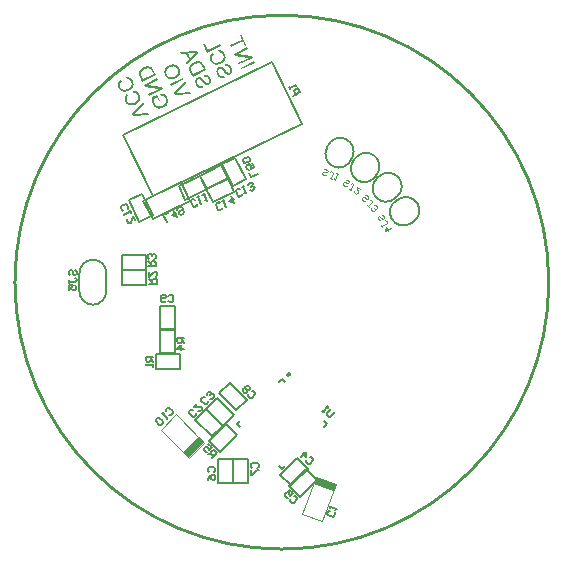
<source format=gbo>
G04*
G04 #@! TF.GenerationSoftware,Altium Limited,Altium Designer,20.1.11 (218)*
G04*
G04 Layer_Color=32896*
%FSLAX25Y25*%
%MOIN*%
G70*
G04*
G04 #@! TF.SameCoordinates,A89DC92D-1D16-4819-8E46-697129492B70*
G04*
G04*
G04 #@! TF.FilePolarity,Positive*
G04*
G01*
G75*
%ADD10C,0.01000*%
%ADD11C,0.00811*%
%ADD112C,0.00600*%
%ADD113C,0.00984*%
%ADD114C,0.00787*%
%ADD115C,0.00400*%
%ADD116C,0.00500*%
%ADD117C,0.00433*%
G04:AMPARAMS|DCode=118|XSize=25.59mil|YSize=70.87mil|CornerRadius=0mil|HoleSize=0mil|Usage=FLASHONLY|Rotation=135.000|XOffset=0mil|YOffset=0mil|HoleType=Round|Shape=Rectangle|*
%AMROTATEDRECTD118*
4,1,4,0.03410,0.01601,-0.01601,-0.03410,-0.03410,-0.01601,0.01601,0.03410,0.03410,0.01601,0.0*
%
%ADD118ROTATEDRECTD118*%

G04:AMPARAMS|DCode=119|XSize=25.59mil|YSize=70.87mil|CornerRadius=0mil|HoleSize=0mil|Usage=FLASHONLY|Rotation=250.000|XOffset=0mil|YOffset=0mil|HoleType=Round|Shape=Rectangle|*
%AMROTATEDRECTD119*
4,1,4,-0.02892,0.02414,0.03767,-0.00010,0.02892,-0.02414,-0.03767,0.00010,-0.02892,0.02414,0.0*
%
%ADD119ROTATEDRECTD119*%

G36*
X-36300Y72583D02*
X-36274Y72579D01*
X-36267Y72583D01*
X-36026Y72571D01*
X-35795Y72529D01*
X-35587Y72468D01*
X-35411Y72408D01*
X-35265Y72341D01*
X-35200Y72308D01*
X-35148Y72285D01*
X-35110Y72255D01*
X-35077Y72238D01*
X-35064Y72228D01*
X-35054Y72225D01*
X-34954Y72152D01*
X-34860Y72076D01*
X-34689Y71925D01*
X-34541Y71754D01*
X-34425Y71599D01*
X-34373Y71527D01*
X-34322Y71455D01*
X-34287Y71399D01*
X-34258Y71340D01*
X-34229Y71298D01*
X-34200Y71238D01*
X-34120Y71058D01*
X-34060Y70885D01*
X-34016Y70712D01*
X-33982Y70542D01*
X-33967Y70379D01*
X-33956Y70222D01*
X-33957Y70076D01*
X-33965Y69942D01*
X-33976Y69815D01*
X-33994Y69701D01*
X-34011Y69603D01*
X-34035Y69519D01*
X-34051Y69454D01*
X-34065Y69398D01*
X-34075Y69369D01*
X-34078Y69359D01*
X-34152Y69194D01*
X-34238Y69038D01*
X-34341Y68883D01*
X-34453Y68747D01*
X-34575Y68614D01*
X-34694Y68492D01*
X-34819Y68382D01*
X-34943Y68289D01*
X-35061Y68199D01*
X-35176Y68118D01*
X-35282Y68051D01*
X-35367Y67993D01*
X-35445Y67955D01*
X-35501Y67919D01*
X-35541Y67900D01*
X-35547Y67897D01*
X-35554Y67894D01*
X-35783Y67798D01*
X-35999Y67725D01*
X-36214Y67669D01*
X-36312Y67653D01*
X-36410Y67638D01*
X-36492Y67623D01*
X-36570Y67617D01*
X-36639Y67608D01*
X-36701Y67602D01*
X-36747Y67596D01*
X-36779Y67596D01*
X-36805Y67600D01*
X-36812Y67596D01*
X-37056Y67615D01*
X-37277Y67653D01*
X-37486Y67714D01*
X-37664Y67781D01*
X-37817Y67844D01*
X-37879Y67871D01*
X-37924Y67897D01*
X-37969Y67924D01*
X-38002Y67941D01*
X-38015Y67951D01*
X-38024Y67954D01*
X-38125Y68027D01*
X-38219Y68103D01*
X-38393Y68261D01*
X-38538Y68425D01*
X-38664Y68583D01*
X-38718Y68662D01*
X-38760Y68731D01*
X-38805Y68790D01*
X-38834Y68849D01*
X-38860Y68885D01*
X-38892Y68950D01*
X-38984Y69173D01*
X-39050Y69392D01*
X-39104Y69601D01*
X-39119Y69699D01*
X-39131Y69791D01*
X-39140Y69876D01*
X-39146Y69954D01*
X-39152Y70016D01*
X-39154Y70071D01*
X-39154Y70120D01*
X-39157Y70159D01*
X-39150Y70179D01*
X-39153Y70185D01*
X-39125Y70426D01*
X-39070Y70648D01*
X-38997Y70846D01*
X-38920Y71021D01*
X-38840Y71173D01*
X-38810Y71229D01*
X-38777Y71277D01*
X-38751Y71323D01*
X-38731Y71348D01*
X-38718Y71371D01*
X-38711Y71374D01*
X-38632Y71478D01*
X-38546Y71568D01*
X-38372Y71743D01*
X-38188Y71897D01*
X-38014Y72023D01*
X-37932Y72071D01*
X-37859Y72122D01*
X-37791Y72164D01*
X-37732Y72193D01*
X-37682Y72225D01*
X-37650Y72241D01*
X-37623Y72254D01*
X-37617Y72257D01*
X-37361Y72365D01*
X-37119Y72451D01*
X-37005Y72482D01*
X-36887Y72507D01*
X-36783Y72526D01*
X-36688Y72548D01*
X-36597Y72560D01*
X-36512Y72569D01*
X-36443Y72578D01*
X-36378Y72577D01*
X-36332Y72583D01*
X-36300Y72583D01*
D02*
G37*
G36*
X-32499Y67551D02*
X-37033Y65339D01*
X-37327Y65942D01*
X-32793Y68153D01*
X-32499Y67551D01*
D02*
G37*
G36*
X-31888Y66299D02*
X-34583Y63460D01*
X-34695Y63340D01*
X-34804Y63231D01*
X-34909Y63130D01*
X-35005Y63043D01*
X-35087Y62963D01*
X-35150Y62908D01*
X-35173Y62889D01*
X-35189Y62872D01*
X-35199Y62859D01*
X-35206Y62856D01*
X-34905Y62906D01*
X-34761Y62927D01*
X-34631Y62942D01*
X-34517Y62957D01*
X-34471Y62963D01*
X-34428Y62976D01*
X-34396Y62976D01*
X-34373Y62979D01*
X-34357Y62978D01*
X-34350Y62982D01*
X-30479Y63410D01*
X-30160Y62754D01*
X-35550Y62299D01*
X-35857Y62928D01*
X-32186Y66909D01*
X-31888Y66299D01*
D02*
G37*
G36*
X-24678Y77294D02*
X-20681Y79244D01*
X-20387Y78641D01*
X-24921Y76429D01*
X-26305Y79267D01*
X-25767Y79529D01*
X-24678Y77294D01*
D02*
G37*
G36*
X-20860Y77267D02*
X-20739Y77268D01*
X-20628Y77258D01*
X-20521Y77237D01*
X-20417Y77223D01*
X-20326Y77202D01*
X-20248Y77176D01*
X-20173Y77155D01*
X-20105Y77132D01*
X-20056Y77115D01*
X-20007Y77098D01*
X-19975Y77082D01*
X-19962Y77072D01*
X-19952Y77068D01*
X-19849Y77005D01*
X-19745Y76942D01*
X-19654Y76873D01*
X-19567Y76794D01*
X-19412Y76626D01*
X-19286Y76468D01*
X-19225Y76393D01*
X-19184Y76324D01*
X-19142Y76255D01*
X-19107Y76199D01*
X-19078Y76157D01*
X-19046Y76091D01*
X-18953Y75868D01*
X-18884Y75643D01*
X-18834Y75440D01*
X-18818Y75342D01*
X-18806Y75251D01*
X-18797Y75166D01*
X-18791Y75088D01*
X-18786Y75026D01*
X-18780Y74964D01*
X-18783Y74921D01*
X-18784Y74889D01*
X-18781Y74866D01*
X-18784Y74856D01*
X-18809Y74625D01*
X-18867Y74410D01*
X-18934Y74215D01*
X-19011Y74040D01*
X-19087Y73897D01*
X-19123Y73839D01*
X-19156Y73790D01*
X-19176Y73748D01*
X-19196Y73722D01*
X-19213Y73706D01*
X-19216Y73697D01*
X-19374Y73506D01*
X-19552Y73338D01*
X-19739Y73190D01*
X-19914Y73064D01*
X-19992Y73010D01*
X-20074Y72962D01*
X-20136Y72923D01*
X-20202Y72891D01*
X-20245Y72862D01*
X-20284Y72843D01*
X-20310Y72830D01*
X-20317Y72827D01*
X-20559Y72725D01*
X-20801Y72639D01*
X-21020Y72573D01*
X-21131Y72551D01*
X-21226Y72530D01*
X-21314Y72511D01*
X-21399Y72502D01*
X-21474Y72490D01*
X-21533Y72477D01*
X-21582Y72478D01*
X-21618Y72468D01*
X-21644Y72472D01*
X-21651Y72469D01*
X-21895Y72471D01*
X-22126Y72496D01*
X-22334Y72540D01*
X-22422Y72571D01*
X-22507Y72594D01*
X-22585Y72621D01*
X-22656Y72651D01*
X-22718Y72678D01*
X-22763Y72704D01*
X-22802Y72718D01*
X-22835Y72734D01*
X-22848Y72744D01*
X-22857Y72748D01*
X-22955Y72814D01*
X-23045Y72883D01*
X-23213Y73045D01*
X-23361Y73216D01*
X-23487Y73390D01*
X-23545Y73475D01*
X-23596Y73547D01*
X-23638Y73616D01*
X-23667Y73675D01*
X-23699Y73724D01*
X-23734Y73796D01*
X-23791Y73931D01*
X-23839Y74062D01*
X-23883Y74186D01*
X-23911Y74310D01*
X-23930Y74431D01*
X-23945Y74545D01*
X-23957Y74653D01*
X-23959Y74757D01*
X-23961Y74845D01*
X-23964Y74933D01*
X-23957Y75002D01*
X-23949Y75070D01*
X-23939Y75116D01*
X-23942Y75155D01*
X-23935Y75174D01*
X-23932Y75184D01*
X-23898Y75314D01*
X-23858Y75431D01*
X-23801Y75548D01*
X-23745Y75665D01*
X-23619Y75872D01*
X-23480Y76053D01*
X-23414Y76134D01*
X-23351Y76205D01*
X-23292Y76267D01*
X-23243Y76315D01*
X-23200Y76360D01*
X-23167Y76393D01*
X-23144Y76412D01*
X-23137Y76415D01*
X-22693Y75886D01*
X-22785Y75809D01*
X-22867Y75728D01*
X-22943Y75650D01*
X-23012Y75576D01*
X-23072Y75498D01*
X-23118Y75427D01*
X-23161Y75349D01*
X-23201Y75281D01*
X-23237Y75223D01*
X-23257Y75164D01*
X-23281Y75112D01*
X-23301Y75070D01*
X-23308Y75034D01*
X-23318Y75005D01*
X-23321Y74995D01*
X-23324Y74986D01*
X-23345Y74895D01*
X-23349Y74803D01*
X-23351Y74624D01*
X-23336Y74461D01*
X-23302Y74307D01*
X-23270Y74177D01*
X-23255Y74128D01*
X-23232Y74082D01*
X-23220Y74039D01*
X-23197Y73993D01*
X-23117Y73846D01*
X-23021Y73714D01*
X-22924Y73599D01*
X-22827Y73501D01*
X-22743Y73428D01*
X-22704Y73398D01*
X-22675Y73372D01*
X-22649Y73352D01*
X-22627Y73339D01*
X-22614Y73329D01*
X-22611Y73322D01*
X-22458Y73243D01*
X-22309Y73186D01*
X-22152Y73148D01*
X-22013Y73127D01*
X-21892Y73113D01*
X-21794Y73112D01*
X-21755Y73115D01*
X-21729Y73112D01*
X-21713Y73111D01*
X-21706Y73115D01*
X-21510Y73145D01*
X-21321Y73189D01*
X-21134Y73239D01*
X-20967Y73296D01*
X-20892Y73325D01*
X-20823Y73350D01*
X-20764Y73379D01*
X-20716Y73395D01*
X-20676Y73414D01*
X-20643Y73430D01*
X-20624Y73440D01*
X-20617Y73443D01*
X-20450Y73533D01*
X-20299Y73622D01*
X-20168Y73719D01*
X-20050Y73809D01*
X-19948Y73883D01*
X-19908Y73918D01*
X-19875Y73951D01*
X-19846Y73973D01*
X-19829Y73989D01*
X-19819Y74002D01*
X-19813Y74006D01*
X-19694Y74145D01*
X-19592Y74284D01*
X-19519Y74417D01*
X-19462Y74550D01*
X-19418Y74660D01*
X-19395Y74745D01*
X-19384Y74807D01*
X-19375Y74820D01*
X-19378Y74826D01*
X-19360Y75005D01*
X-19368Y75188D01*
X-19392Y75354D01*
X-19433Y75505D01*
X-19474Y75639D01*
X-19493Y75695D01*
X-19515Y75740D01*
X-19525Y75776D01*
X-19550Y75829D01*
X-19637Y75989D01*
X-19737Y76127D01*
X-19837Y76233D01*
X-19930Y76325D01*
X-20018Y76388D01*
X-20082Y76437D01*
X-20128Y76464D01*
X-20147Y76470D01*
X-20297Y76527D01*
X-20456Y76571D01*
X-20612Y76592D01*
X-20762Y76600D01*
X-20892Y76602D01*
X-20955Y76596D01*
X-21000Y76590D01*
X-21039Y76587D01*
X-21072Y76587D01*
X-21088Y76587D01*
X-21095Y76584D01*
X-21245Y77241D01*
X-21108Y77259D01*
X-20984Y77271D01*
X-20860Y77267D01*
D02*
G37*
G36*
X-18226Y72630D02*
X-18200Y72627D01*
X-18173Y72623D01*
X-18164Y72620D01*
X-18157Y72623D01*
X-18004Y72592D01*
X-17861Y72549D01*
X-17728Y72492D01*
X-17615Y72425D01*
X-17514Y72369D01*
X-17449Y72320D01*
X-17424Y72300D01*
X-17401Y72286D01*
X-17388Y72277D01*
X-17385Y72270D01*
X-17262Y72151D01*
X-17146Y72013D01*
X-17043Y71885D01*
X-16956Y71757D01*
X-16882Y71639D01*
X-16860Y71593D01*
X-16831Y71551D01*
X-16790Y71465D01*
X-16713Y71292D01*
X-16659Y71131D01*
X-16615Y70974D01*
X-16580Y70837D01*
X-16559Y70726D01*
X-16549Y70674D01*
X-16547Y70635D01*
X-16547Y70602D01*
X-16544Y70579D01*
X-16544Y70563D01*
X-16541Y70556D01*
X-16543Y70393D01*
X-16557Y70240D01*
X-16588Y70104D01*
X-16622Y69990D01*
X-16658Y69899D01*
X-16688Y69828D01*
X-16712Y69776D01*
X-16715Y69766D01*
X-16722Y69763D01*
X-16801Y69643D01*
X-16890Y69543D01*
X-16985Y69456D01*
X-17074Y69388D01*
X-17153Y69333D01*
X-17212Y69288D01*
X-17238Y69275D01*
X-17258Y69266D01*
X-17264Y69263D01*
X-17271Y69260D01*
X-17386Y69212D01*
X-17500Y69180D01*
X-17611Y69159D01*
X-17709Y69143D01*
X-17787Y69138D01*
X-17853Y69138D01*
X-17895Y69142D01*
X-17911Y69142D01*
X-18035Y69163D01*
X-18158Y69200D01*
X-18269Y69243D01*
X-18366Y69293D01*
X-18451Y69333D01*
X-18512Y69376D01*
X-18557Y69403D01*
X-18567Y69406D01*
X-18570Y69412D01*
X-18622Y69452D01*
X-18677Y69498D01*
X-18787Y69607D01*
X-18906Y69735D01*
X-19022Y69857D01*
X-19126Y69969D01*
X-19168Y70022D01*
X-19206Y70068D01*
X-19238Y70100D01*
X-19261Y70130D01*
X-19277Y70147D01*
X-19280Y70153D01*
X-19361Y70252D01*
X-19438Y70344D01*
X-19509Y70423D01*
X-19567Y70492D01*
X-19625Y70561D01*
X-19677Y70617D01*
X-19719Y70669D01*
X-19761Y70706D01*
X-19796Y70745D01*
X-19819Y70775D01*
X-19864Y70817D01*
X-19886Y70847D01*
X-19896Y70850D01*
X-19983Y70929D01*
X-20071Y70992D01*
X-20152Y71042D01*
X-20217Y71075D01*
X-20278Y71102D01*
X-20317Y71115D01*
X-20347Y71125D01*
X-20356Y71129D01*
X-20438Y71146D01*
X-20519Y71147D01*
X-20594Y71134D01*
X-20656Y71128D01*
X-20712Y71109D01*
X-20754Y71097D01*
X-20787Y71081D01*
X-20794Y71078D01*
X-20869Y71033D01*
X-20935Y70985D01*
X-20991Y70933D01*
X-21030Y70881D01*
X-21070Y70829D01*
X-21093Y70794D01*
X-21113Y70768D01*
X-21116Y70758D01*
X-21156Y70674D01*
X-21177Y70583D01*
X-21191Y70495D01*
X-21208Y70413D01*
X-21205Y70342D01*
X-21209Y70283D01*
X-21206Y70244D01*
X-21206Y70227D01*
X-21191Y70113D01*
X-21166Y69996D01*
X-21128Y69884D01*
X-21097Y69786D01*
X-21065Y69705D01*
X-21039Y69636D01*
X-21011Y69577D01*
X-20934Y69436D01*
X-20857Y69311D01*
X-20780Y69203D01*
X-20702Y69111D01*
X-20635Y69038D01*
X-20583Y68982D01*
X-20567Y68966D01*
X-20551Y68950D01*
X-20541Y68946D01*
X-20538Y68940D01*
X-20434Y68860D01*
X-20327Y68791D01*
X-20233Y68748D01*
X-20142Y68711D01*
X-20071Y68681D01*
X-20009Y68670D01*
X-19973Y68663D01*
X-19963Y68660D01*
X-19856Y68656D01*
X-19742Y68655D01*
X-19631Y68676D01*
X-19533Y68692D01*
X-19438Y68714D01*
X-19373Y68729D01*
X-19346Y68742D01*
X-19323Y68745D01*
X-19317Y68748D01*
X-19310Y68752D01*
X-19088Y68162D01*
X-19258Y68096D01*
X-19428Y68045D01*
X-19585Y68017D01*
X-19732Y68002D01*
X-19852Y68000D01*
X-19901Y68001D01*
X-19941Y67998D01*
X-19976Y68005D01*
X-19999Y68002D01*
X-20019Y68009D01*
X-20025Y68005D01*
X-20198Y68043D01*
X-20360Y68093D01*
X-20506Y68160D01*
X-20636Y68227D01*
X-20740Y68290D01*
X-20817Y68349D01*
X-20843Y68369D01*
X-20866Y68382D01*
X-20879Y68392D01*
X-20882Y68398D01*
X-21021Y68534D01*
X-21150Y68682D01*
X-21259Y68839D01*
X-21365Y68990D01*
X-21410Y69066D01*
X-21449Y69128D01*
X-21477Y69187D01*
X-21510Y69236D01*
X-21561Y69341D01*
X-21641Y69521D01*
X-21701Y69694D01*
X-21742Y69861D01*
X-21769Y70002D01*
X-21794Y70119D01*
X-21797Y70175D01*
X-21803Y70220D01*
X-21803Y70253D01*
X-21806Y70276D01*
X-21806Y70292D01*
X-21809Y70299D01*
X-21804Y70471D01*
X-21783Y70628D01*
X-21749Y70774D01*
X-21712Y70898D01*
X-21678Y70995D01*
X-21642Y71070D01*
X-21618Y71122D01*
X-21615Y71131D01*
X-21608Y71135D01*
X-21519Y71267D01*
X-21427Y71377D01*
X-21331Y71464D01*
X-21239Y71542D01*
X-21154Y71600D01*
X-21088Y71648D01*
X-21062Y71661D01*
X-21042Y71670D01*
X-21036Y71673D01*
X-21029Y71677D01*
X-20895Y71734D01*
X-20761Y71775D01*
X-20633Y71797D01*
X-20526Y71809D01*
X-20428Y71808D01*
X-20356Y71810D01*
X-20311Y71800D01*
X-20294Y71800D01*
X-20158Y71769D01*
X-20021Y71722D01*
X-19895Y71662D01*
X-19775Y71599D01*
X-19681Y71539D01*
X-19606Y71487D01*
X-19580Y71467D01*
X-19558Y71453D01*
X-19545Y71444D01*
X-19542Y71437D01*
X-19490Y71397D01*
X-19438Y71341D01*
X-19377Y71282D01*
X-19312Y71216D01*
X-19186Y71075D01*
X-19058Y70927D01*
X-19000Y70858D01*
X-18945Y70795D01*
X-18890Y70733D01*
X-18848Y70680D01*
X-18812Y70641D01*
X-18787Y70605D01*
X-18767Y70582D01*
X-18764Y70575D01*
X-18668Y70460D01*
X-18584Y70355D01*
X-18500Y70266D01*
X-18429Y70187D01*
X-18355Y70118D01*
X-18293Y70059D01*
X-18235Y70006D01*
X-18187Y69956D01*
X-18138Y69923D01*
X-18099Y69894D01*
X-18074Y69874D01*
X-18041Y69857D01*
X-18005Y69834D01*
X-17996Y69831D01*
X-17901Y69804D01*
X-17817Y69796D01*
X-17735Y69796D01*
X-17660Y69808D01*
X-17601Y69820D01*
X-17552Y69836D01*
X-17526Y69849D01*
X-17513Y69855D01*
X-17414Y69920D01*
X-17335Y69990D01*
X-17276Y70068D01*
X-17226Y70149D01*
X-17193Y70214D01*
X-17166Y70276D01*
X-17153Y70315D01*
X-17153Y70331D01*
X-17146Y70399D01*
X-17138Y70468D01*
X-17147Y70618D01*
X-17178Y70765D01*
X-17216Y70909D01*
X-17260Y71033D01*
X-17279Y71089D01*
X-17292Y71131D01*
X-17336Y71223D01*
X-17432Y71403D01*
X-17538Y71554D01*
X-17642Y71666D01*
X-17735Y71758D01*
X-17816Y71824D01*
X-17887Y71871D01*
X-17930Y71891D01*
X-17943Y71900D01*
X-18079Y71947D01*
X-18213Y71972D01*
X-18346Y71979D01*
X-18470Y71968D01*
X-18581Y71946D01*
X-18663Y71930D01*
X-18699Y71921D01*
X-18722Y71918D01*
X-18735Y71912D01*
X-18741Y71908D01*
X-18977Y72507D01*
X-18826Y72565D01*
X-18679Y72596D01*
X-18539Y72624D01*
X-18411Y72629D01*
X-18307Y72631D01*
X-18226Y72630D01*
D02*
G37*
G36*
X-51527Y68295D02*
X-51406Y68297D01*
X-51295Y68286D01*
X-51188Y68266D01*
X-51084Y68252D01*
X-50993Y68231D01*
X-50915Y68204D01*
X-50840Y68184D01*
X-50772Y68160D01*
X-50723Y68144D01*
X-50674Y68127D01*
X-50642Y68110D01*
X-50629Y68100D01*
X-50619Y68097D01*
X-50515Y68034D01*
X-50412Y67971D01*
X-50321Y67902D01*
X-50234Y67823D01*
X-50079Y67655D01*
X-49953Y67497D01*
X-49892Y67422D01*
X-49850Y67353D01*
X-49809Y67284D01*
X-49773Y67228D01*
X-49745Y67185D01*
X-49713Y67120D01*
X-49620Y66897D01*
X-49551Y66672D01*
X-49501Y66469D01*
X-49485Y66371D01*
X-49473Y66279D01*
X-49464Y66195D01*
X-49458Y66116D01*
X-49452Y66054D01*
X-49447Y65992D01*
X-49450Y65950D01*
X-49451Y65917D01*
X-49448Y65895D01*
X-49451Y65885D01*
X-49476Y65654D01*
X-49534Y65439D01*
X-49601Y65244D01*
X-49677Y65069D01*
X-49754Y64926D01*
X-49790Y64868D01*
X-49823Y64819D01*
X-49843Y64777D01*
X-49863Y64751D01*
X-49880Y64735D01*
X-49883Y64725D01*
X-50041Y64534D01*
X-50219Y64367D01*
X-50406Y64218D01*
X-50580Y64093D01*
X-50659Y64038D01*
X-50741Y63990D01*
X-50804Y63952D01*
X-50869Y63920D01*
X-50912Y63891D01*
X-50951Y63872D01*
X-50977Y63859D01*
X-50984Y63856D01*
X-51226Y63754D01*
X-51468Y63668D01*
X-51687Y63602D01*
X-51798Y63580D01*
X-51893Y63558D01*
X-51981Y63539D01*
X-52066Y63530D01*
X-52141Y63518D01*
X-52200Y63506D01*
X-52249Y63506D01*
X-52285Y63497D01*
X-52311Y63500D01*
X-52318Y63497D01*
X-52562Y63499D01*
X-52793Y63525D01*
X-53001Y63569D01*
X-53089Y63599D01*
X-53174Y63623D01*
X-53252Y63650D01*
X-53323Y63680D01*
X-53385Y63706D01*
X-53430Y63733D01*
X-53469Y63747D01*
X-53502Y63763D01*
X-53515Y63773D01*
X-53524Y63776D01*
X-53622Y63842D01*
X-53712Y63912D01*
X-53880Y64073D01*
X-54028Y64244D01*
X-54154Y64418D01*
X-54212Y64504D01*
X-54263Y64576D01*
X-54305Y64645D01*
X-54334Y64704D01*
X-54366Y64753D01*
X-54401Y64825D01*
X-54458Y64959D01*
X-54506Y65090D01*
X-54550Y65215D01*
X-54578Y65339D01*
X-54597Y65460D01*
X-54612Y65574D01*
X-54624Y65681D01*
X-54626Y65786D01*
X-54628Y65874D01*
X-54631Y65962D01*
X-54624Y66030D01*
X-54616Y66099D01*
X-54606Y66144D01*
X-54609Y66183D01*
X-54602Y66203D01*
X-54599Y66213D01*
X-54565Y66343D01*
X-54525Y66460D01*
X-54468Y66576D01*
X-54412Y66693D01*
X-54286Y66901D01*
X-54147Y67082D01*
X-54081Y67163D01*
X-54018Y67234D01*
X-53959Y67295D01*
X-53910Y67344D01*
X-53867Y67389D01*
X-53834Y67421D01*
X-53811Y67440D01*
X-53804Y67444D01*
X-53360Y66914D01*
X-53452Y66837D01*
X-53534Y66756D01*
X-53610Y66679D01*
X-53679Y66605D01*
X-53738Y66527D01*
X-53785Y66456D01*
X-53828Y66378D01*
X-53868Y66310D01*
X-53904Y66251D01*
X-53924Y66193D01*
X-53948Y66141D01*
X-53968Y66099D01*
X-53974Y66063D01*
X-53985Y66034D01*
X-53988Y66024D01*
X-53991Y66014D01*
X-54012Y65923D01*
X-54016Y65832D01*
X-54018Y65653D01*
X-54003Y65490D01*
X-53969Y65336D01*
X-53937Y65205D01*
X-53922Y65156D01*
X-53899Y65110D01*
X-53886Y65068D01*
X-53864Y65022D01*
X-53784Y64874D01*
X-53688Y64743D01*
X-53591Y64628D01*
X-53494Y64529D01*
X-53410Y64457D01*
X-53371Y64427D01*
X-53342Y64401D01*
X-53316Y64381D01*
X-53294Y64367D01*
X-53281Y64358D01*
X-53277Y64351D01*
X-53125Y64271D01*
X-52975Y64214D01*
X-52819Y64177D01*
X-52679Y64156D01*
X-52559Y64142D01*
X-52461Y64141D01*
X-52422Y64144D01*
X-52396Y64140D01*
X-52380Y64140D01*
X-52373Y64143D01*
X-52177Y64174D01*
X-51988Y64218D01*
X-51801Y64268D01*
X-51634Y64325D01*
X-51559Y64354D01*
X-51490Y64379D01*
X-51432Y64408D01*
X-51382Y64424D01*
X-51343Y64443D01*
X-51310Y64459D01*
X-51291Y64468D01*
X-51284Y64472D01*
X-51117Y64561D01*
X-50966Y64651D01*
X-50835Y64748D01*
X-50717Y64838D01*
X-50615Y64912D01*
X-50575Y64947D01*
X-50542Y64979D01*
X-50513Y65002D01*
X-50496Y65018D01*
X-50486Y65031D01*
X-50480Y65034D01*
X-50361Y65173D01*
X-50259Y65312D01*
X-50186Y65445D01*
X-50129Y65578D01*
X-50085Y65689D01*
X-50062Y65773D01*
X-50051Y65835D01*
X-50041Y65848D01*
X-50045Y65855D01*
X-50027Y66034D01*
X-50034Y66216D01*
X-50059Y66383D01*
X-50100Y66533D01*
X-50141Y66667D01*
X-50160Y66723D01*
X-50182Y66769D01*
X-50192Y66805D01*
X-50217Y66857D01*
X-50304Y67018D01*
X-50403Y67156D01*
X-50503Y67261D01*
X-50597Y67353D01*
X-50684Y67416D01*
X-50749Y67466D01*
X-50795Y67492D01*
X-50814Y67499D01*
X-50963Y67556D01*
X-51123Y67600D01*
X-51279Y67621D01*
X-51429Y67629D01*
X-51559Y67630D01*
X-51622Y67624D01*
X-51667Y67618D01*
X-51706Y67615D01*
X-51739Y67616D01*
X-51755Y67616D01*
X-51762Y67613D01*
X-51912Y68269D01*
X-51775Y68288D01*
X-51651Y68300D01*
X-51527Y68295D01*
D02*
G37*
G36*
X-49296Y63722D02*
X-49176Y63724D01*
X-49065Y63713D01*
X-48957Y63692D01*
X-48853Y63678D01*
X-48762Y63658D01*
X-48684Y63631D01*
X-48609Y63611D01*
X-48541Y63587D01*
X-48492Y63570D01*
X-48444Y63553D01*
X-48411Y63537D01*
X-48398Y63527D01*
X-48388Y63524D01*
X-48285Y63461D01*
X-48181Y63398D01*
X-48090Y63328D01*
X-48003Y63249D01*
X-47848Y63081D01*
X-47723Y62924D01*
X-47662Y62848D01*
X-47620Y62779D01*
X-47578Y62710D01*
X-47543Y62655D01*
X-47514Y62612D01*
X-47482Y62546D01*
X-47390Y62324D01*
X-47320Y62098D01*
X-47270Y61895D01*
X-47255Y61797D01*
X-47243Y61706D01*
X-47234Y61621D01*
X-47228Y61543D01*
X-47222Y61481D01*
X-47216Y61419D01*
X-47220Y61377D01*
X-47220Y61344D01*
X-47217Y61321D01*
X-47220Y61311D01*
X-47245Y61080D01*
X-47303Y60865D01*
X-47370Y60671D01*
X-47447Y60495D01*
X-47523Y60352D01*
X-47560Y60294D01*
X-47593Y60246D01*
X-47613Y60203D01*
X-47633Y60177D01*
X-47649Y60161D01*
X-47652Y60152D01*
X-47811Y59961D01*
X-47988Y59793D01*
X-48176Y59645D01*
X-48350Y59519D01*
X-48428Y59465D01*
X-48511Y59417D01*
X-48573Y59378D01*
X-48638Y59346D01*
X-48681Y59317D01*
X-48720Y59298D01*
X-48747Y59285D01*
X-48753Y59282D01*
X-48995Y59180D01*
X-49237Y59095D01*
X-49457Y59028D01*
X-49568Y59007D01*
X-49662Y58985D01*
X-49751Y58966D01*
X-49836Y58957D01*
X-49911Y58945D01*
X-49969Y58932D01*
X-50018Y58933D01*
X-50054Y58923D01*
X-50080Y58927D01*
X-50087Y58924D01*
X-50331Y58926D01*
X-50563Y58951D01*
X-50771Y58996D01*
X-50859Y59026D01*
X-50943Y59049D01*
X-51021Y59076D01*
X-51092Y59106D01*
X-51154Y59133D01*
X-51200Y59160D01*
X-51239Y59173D01*
X-51271Y59190D01*
X-51284Y59200D01*
X-51294Y59203D01*
X-51391Y59269D01*
X-51481Y59338D01*
X-51649Y59500D01*
X-51798Y59671D01*
X-51923Y59845D01*
X-51981Y59930D01*
X-52032Y60002D01*
X-52074Y60071D01*
X-52103Y60130D01*
X-52135Y60180D01*
X-52170Y60252D01*
X-52227Y60386D01*
X-52275Y60517D01*
X-52320Y60641D01*
X-52348Y60765D01*
X-52366Y60886D01*
X-52381Y61000D01*
X-52393Y61108D01*
X-52395Y61212D01*
X-52398Y61300D01*
X-52400Y61388D01*
X-52393Y61457D01*
X-52386Y61525D01*
X-52376Y61571D01*
X-52378Y61610D01*
X-52372Y61629D01*
X-52368Y61639D01*
X-52334Y61769D01*
X-52294Y61886D01*
X-52238Y62003D01*
X-52181Y62120D01*
X-52055Y62327D01*
X-51916Y62508D01*
X-51850Y62589D01*
X-51788Y62660D01*
X-51728Y62722D01*
X-51679Y62770D01*
X-51636Y62815D01*
X-51603Y62848D01*
X-51580Y62867D01*
X-51574Y62870D01*
X-51129Y62341D01*
X-51221Y62264D01*
X-51303Y62183D01*
X-51379Y62105D01*
X-51448Y62031D01*
X-51508Y61954D01*
X-51554Y61882D01*
X-51597Y61804D01*
X-51637Y61736D01*
X-51674Y61678D01*
X-51694Y61620D01*
X-51717Y61568D01*
X-51737Y61525D01*
X-51744Y61490D01*
X-51754Y61460D01*
X-51757Y61451D01*
X-51761Y61441D01*
X-51781Y61350D01*
X-51785Y61259D01*
X-51787Y61079D01*
X-51772Y60916D01*
X-51738Y60763D01*
X-51707Y60632D01*
X-51691Y60583D01*
X-51669Y60537D01*
X-51656Y60494D01*
X-51634Y60448D01*
X-51553Y60301D01*
X-51457Y60170D01*
X-51360Y60054D01*
X-51263Y59956D01*
X-51179Y59883D01*
X-51141Y59854D01*
X-51112Y59827D01*
X-51086Y59807D01*
X-51063Y59794D01*
X-51050Y59784D01*
X-51047Y59777D01*
X-50894Y59698D01*
X-50745Y59641D01*
X-50589Y59604D01*
X-50449Y59583D01*
X-50328Y59568D01*
X-50230Y59567D01*
X-50191Y59570D01*
X-50165Y59567D01*
X-50149Y59566D01*
X-50142Y59570D01*
X-49946Y59600D01*
X-49757Y59644D01*
X-49571Y59694D01*
X-49404Y59752D01*
X-49329Y59780D01*
X-49260Y59806D01*
X-49201Y59834D01*
X-49152Y59850D01*
X-49112Y59869D01*
X-49080Y59885D01*
X-49060Y59895D01*
X-49053Y59898D01*
X-48886Y59988D01*
X-48735Y60078D01*
X-48604Y60174D01*
X-48486Y60264D01*
X-48384Y60338D01*
X-48345Y60374D01*
X-48312Y60406D01*
X-48282Y60428D01*
X-48266Y60445D01*
X-48256Y60457D01*
X-48249Y60461D01*
X-48130Y60600D01*
X-48028Y60739D01*
X-47955Y60872D01*
X-47898Y61005D01*
X-47855Y61115D01*
X-47831Y61200D01*
X-47821Y61262D01*
X-47811Y61275D01*
X-47814Y61281D01*
X-47796Y61460D01*
X-47804Y61643D01*
X-47828Y61810D01*
X-47869Y61960D01*
X-47910Y62094D01*
X-47929Y62150D01*
X-47952Y62195D01*
X-47961Y62231D01*
X-47987Y62284D01*
X-48073Y62445D01*
X-48173Y62582D01*
X-48273Y62688D01*
X-48366Y62780D01*
X-48454Y62843D01*
X-48519Y62892D01*
X-48564Y62919D01*
X-48583Y62926D01*
X-48733Y62982D01*
X-48892Y63026D01*
X-49049Y63047D01*
X-49198Y63055D01*
X-49329Y63057D01*
X-49391Y63051D01*
X-49437Y63045D01*
X-49476Y63042D01*
X-49508Y63042D01*
X-49525Y63042D01*
X-49531Y63039D01*
X-49681Y63696D01*
X-49544Y63714D01*
X-49420Y63726D01*
X-49296Y63722D01*
D02*
G37*
G36*
X-46043Y59396D02*
X-48738Y56556D01*
X-48850Y56437D01*
X-48958Y56327D01*
X-49064Y56227D01*
X-49159Y56140D01*
X-49241Y56059D01*
X-49304Y56004D01*
X-49327Y55985D01*
X-49343Y55969D01*
X-49353Y55956D01*
X-49360Y55953D01*
X-49059Y56002D01*
X-48916Y56023D01*
X-48785Y56038D01*
X-48671Y56054D01*
X-48625Y56060D01*
X-48583Y56072D01*
X-48550Y56072D01*
X-48527Y56075D01*
X-48511Y56075D01*
X-48504Y56078D01*
X-44633Y56506D01*
X-44314Y55851D01*
X-49704Y55395D01*
X-50011Y56024D01*
X-46340Y60005D01*
X-46043Y59396D01*
D02*
G37*
G36*
X-27753Y73637D02*
X-27577Y73609D01*
X-27424Y73578D01*
X-27294Y73544D01*
X-27197Y73511D01*
X-27164Y73494D01*
X-27135Y73484D01*
X-27125Y73481D01*
X-27115Y73477D01*
X-26979Y73414D01*
X-26859Y73335D01*
X-26746Y73252D01*
X-26649Y73169D01*
X-26572Y73094D01*
X-26517Y73031D01*
X-26491Y73011D01*
X-26481Y72992D01*
X-26468Y72982D01*
X-26465Y72975D01*
X-26391Y72874D01*
X-26307Y72752D01*
X-26230Y72627D01*
X-26160Y72500D01*
X-26096Y72385D01*
X-25246Y70642D01*
X-29780Y68431D01*
X-30576Y70062D01*
X-30643Y70216D01*
X-30703Y70357D01*
X-30751Y70488D01*
X-30789Y70599D01*
X-30821Y70697D01*
X-30846Y70766D01*
X-30849Y70789D01*
X-30852Y70811D01*
X-30858Y70824D01*
X-30883Y70958D01*
X-30895Y71082D01*
X-30907Y71190D01*
X-30906Y71288D01*
X-30905Y71369D01*
X-30901Y71428D01*
X-30895Y71464D01*
X-30894Y71480D01*
X-30877Y71594D01*
X-30840Y71701D01*
X-30810Y71805D01*
X-30773Y71896D01*
X-30740Y71977D01*
X-30713Y72039D01*
X-30693Y72081D01*
X-30683Y72094D01*
X-30610Y72211D01*
X-30531Y72331D01*
X-30451Y72434D01*
X-30366Y72525D01*
X-30293Y72609D01*
X-30234Y72670D01*
X-30211Y72689D01*
X-30194Y72706D01*
X-30184Y72719D01*
X-30178Y72722D01*
X-30040Y72838D01*
X-29899Y72947D01*
X-29757Y73040D01*
X-29623Y73130D01*
X-29502Y73198D01*
X-29449Y73223D01*
X-29406Y73252D01*
X-29374Y73268D01*
X-29341Y73284D01*
X-29328Y73290D01*
X-29321Y73294D01*
X-29095Y73396D01*
X-28883Y73475D01*
X-28683Y73532D01*
X-28592Y73560D01*
X-28510Y73576D01*
X-28428Y73591D01*
X-28363Y73607D01*
X-28304Y73619D01*
X-28249Y73622D01*
X-28206Y73635D01*
X-28174Y73634D01*
X-28157Y73634D01*
X-28151Y73637D01*
X-27945Y73649D01*
X-27753Y73637D01*
D02*
G37*
G36*
X-28077Y76447D02*
X-31768Y72506D01*
X-32078Y73141D01*
X-30942Y74304D01*
X-31868Y76204D01*
X-33503Y76064D01*
X-33835Y76745D01*
X-28397Y77102D01*
X-28077Y76447D01*
D02*
G37*
G36*
X-25303Y69179D02*
X-25277Y69175D01*
X-25251Y69172D01*
X-25241Y69168D01*
X-25234Y69171D01*
X-25081Y69140D01*
X-24938Y69097D01*
X-24805Y69040D01*
X-24692Y68974D01*
X-24591Y68917D01*
X-24527Y68868D01*
X-24501Y68848D01*
X-24478Y68835D01*
X-24465Y68825D01*
X-24462Y68818D01*
X-24339Y68700D01*
X-24223Y68562D01*
X-24120Y68433D01*
X-24033Y68305D01*
X-23959Y68187D01*
X-23937Y68141D01*
X-23908Y68099D01*
X-23867Y68014D01*
X-23790Y67840D01*
X-23736Y67680D01*
X-23692Y67523D01*
X-23658Y67386D01*
X-23636Y67274D01*
X-23627Y67222D01*
X-23624Y67183D01*
X-23624Y67150D01*
X-23621Y67128D01*
X-23621Y67111D01*
X-23618Y67105D01*
X-23620Y66942D01*
X-23634Y66789D01*
X-23665Y66652D01*
X-23699Y66538D01*
X-23735Y66447D01*
X-23765Y66376D01*
X-23789Y66324D01*
X-23792Y66314D01*
X-23799Y66311D01*
X-23878Y66191D01*
X-23967Y66091D01*
X-24062Y66004D01*
X-24151Y65936D01*
X-24230Y65882D01*
X-24289Y65837D01*
X-24315Y65824D01*
X-24335Y65814D01*
X-24342Y65811D01*
X-24348Y65808D01*
X-24463Y65760D01*
X-24577Y65728D01*
X-24688Y65707D01*
X-24786Y65692D01*
X-24864Y65686D01*
X-24930Y65686D01*
X-24972Y65690D01*
X-24988Y65690D01*
X-25112Y65711D01*
X-25236Y65748D01*
X-25346Y65791D01*
X-25443Y65841D01*
X-25528Y65881D01*
X-25589Y65924D01*
X-25635Y65951D01*
X-25644Y65954D01*
X-25648Y65961D01*
X-25699Y66000D01*
X-25754Y66047D01*
X-25864Y66155D01*
X-25983Y66284D01*
X-26100Y66405D01*
X-26203Y66517D01*
X-26245Y66570D01*
X-26283Y66616D01*
X-26316Y66649D01*
X-26338Y66678D01*
X-26354Y66695D01*
X-26357Y66701D01*
X-26438Y66800D01*
X-26515Y66892D01*
X-26586Y66971D01*
X-26644Y67040D01*
X-26702Y67109D01*
X-26754Y67165D01*
X-26796Y67218D01*
X-26838Y67254D01*
X-26873Y67293D01*
X-26896Y67323D01*
X-26941Y67366D01*
X-26963Y67395D01*
X-26973Y67399D01*
X-27061Y67478D01*
X-27148Y67541D01*
X-27229Y67590D01*
X-27294Y67624D01*
X-27356Y67650D01*
X-27395Y67664D01*
X-27424Y67674D01*
X-27433Y67677D01*
X-27515Y67694D01*
X-27596Y67695D01*
X-27672Y67683D01*
X-27733Y67677D01*
X-27789Y67658D01*
X-27832Y67645D01*
X-27864Y67629D01*
X-27871Y67626D01*
X-27946Y67581D01*
X-28012Y67533D01*
X-28068Y67481D01*
X-28108Y67429D01*
X-28147Y67378D01*
X-28170Y67342D01*
X-28190Y67316D01*
X-28194Y67306D01*
X-28234Y67222D01*
X-28254Y67131D01*
X-28268Y67043D01*
X-28285Y66962D01*
X-28282Y66890D01*
X-28286Y66831D01*
X-28283Y66792D01*
X-28284Y66776D01*
X-28268Y66662D01*
X-28243Y66544D01*
X-28205Y66433D01*
X-28174Y66335D01*
X-28142Y66253D01*
X-28117Y66184D01*
X-28088Y66125D01*
X-28011Y65984D01*
X-27934Y65859D01*
X-27857Y65751D01*
X-27779Y65659D01*
X-27712Y65587D01*
X-27660Y65531D01*
X-27644Y65514D01*
X-27628Y65498D01*
X-27618Y65494D01*
X-27615Y65488D01*
X-27511Y65409D01*
X-27404Y65339D01*
X-27310Y65296D01*
X-27219Y65259D01*
X-27148Y65229D01*
X-27086Y65219D01*
X-27050Y65212D01*
X-27040Y65208D01*
X-26933Y65204D01*
X-26819Y65203D01*
X-26708Y65225D01*
X-26610Y65240D01*
X-26515Y65262D01*
X-26450Y65277D01*
X-26423Y65290D01*
X-26401Y65293D01*
X-26394Y65297D01*
X-26388Y65300D01*
X-26165Y64711D01*
X-26335Y64644D01*
X-26505Y64593D01*
X-26662Y64566D01*
X-26809Y64551D01*
X-26930Y64549D01*
X-26979Y64549D01*
X-27018Y64546D01*
X-27053Y64553D01*
X-27076Y64550D01*
X-27096Y64557D01*
X-27102Y64554D01*
X-27275Y64591D01*
X-27437Y64642D01*
X-27583Y64708D01*
X-27713Y64775D01*
X-27817Y64838D01*
X-27895Y64897D01*
X-27920Y64917D01*
X-27943Y64930D01*
X-27956Y64940D01*
X-27959Y64947D01*
X-28098Y65082D01*
X-28227Y65230D01*
X-28336Y65387D01*
X-28442Y65538D01*
X-28487Y65614D01*
X-28526Y65676D01*
X-28555Y65735D01*
X-28587Y65784D01*
X-28638Y65889D01*
X-28718Y66069D01*
X-28778Y66243D01*
X-28819Y66409D01*
X-28847Y66550D01*
X-28872Y66667D01*
X-28874Y66723D01*
X-28880Y66769D01*
X-28880Y66801D01*
X-28883Y66824D01*
X-28883Y66840D01*
X-28886Y66847D01*
X-28881Y67020D01*
X-28860Y67176D01*
X-28826Y67322D01*
X-28789Y67446D01*
X-28755Y67543D01*
X-28719Y67618D01*
X-28695Y67670D01*
X-28692Y67680D01*
X-28685Y67683D01*
X-28596Y67816D01*
X-28504Y67926D01*
X-28408Y68013D01*
X-28316Y68090D01*
X-28231Y68148D01*
X-28165Y68196D01*
X-28139Y68209D01*
X-28119Y68218D01*
X-28113Y68222D01*
X-28106Y68225D01*
X-27972Y68282D01*
X-27838Y68323D01*
X-27711Y68345D01*
X-27603Y68357D01*
X-27505Y68356D01*
X-27433Y68358D01*
X-27388Y68348D01*
X-27371Y68348D01*
X-27235Y68317D01*
X-27098Y68270D01*
X-26972Y68210D01*
X-26852Y68147D01*
X-26758Y68088D01*
X-26683Y68035D01*
X-26658Y68015D01*
X-26635Y68002D01*
X-26622Y67992D01*
X-26619Y67985D01*
X-26567Y67946D01*
X-26515Y67890D01*
X-26454Y67830D01*
X-26389Y67765D01*
X-26264Y67623D01*
X-26135Y67475D01*
X-26077Y67406D01*
X-26022Y67344D01*
X-25967Y67281D01*
X-25925Y67229D01*
X-25890Y67189D01*
X-25864Y67153D01*
X-25845Y67130D01*
X-25841Y67123D01*
X-25745Y67008D01*
X-25661Y66903D01*
X-25577Y66814D01*
X-25506Y66735D01*
X-25432Y66666D01*
X-25370Y66607D01*
X-25312Y66554D01*
X-25264Y66505D01*
X-25215Y66472D01*
X-25177Y66442D01*
X-25151Y66422D01*
X-25118Y66405D01*
X-25082Y66382D01*
X-25073Y66379D01*
X-24979Y66352D01*
X-24894Y66345D01*
X-24812Y66344D01*
X-24737Y66356D01*
X-24678Y66369D01*
X-24629Y66384D01*
X-24603Y66397D01*
X-24590Y66404D01*
X-24492Y66468D01*
X-24413Y66539D01*
X-24353Y66616D01*
X-24304Y66697D01*
X-24270Y66762D01*
X-24243Y66824D01*
X-24230Y66863D01*
X-24230Y66879D01*
X-24223Y66948D01*
X-24216Y67016D01*
X-24224Y67166D01*
X-24255Y67313D01*
X-24293Y67457D01*
X-24337Y67581D01*
X-24356Y67637D01*
X-24369Y67679D01*
X-24414Y67771D01*
X-24509Y67951D01*
X-24616Y68102D01*
X-24719Y68214D01*
X-24813Y68306D01*
X-24893Y68372D01*
X-24965Y68419D01*
X-25007Y68439D01*
X-25020Y68449D01*
X-25156Y68496D01*
X-25290Y68520D01*
X-25423Y68528D01*
X-25547Y68516D01*
X-25658Y68494D01*
X-25740Y68479D01*
X-25776Y68469D01*
X-25799Y68466D01*
X-25812Y68460D01*
X-25818Y68457D01*
X-26054Y69056D01*
X-25903Y69113D01*
X-25756Y69144D01*
X-25616Y69172D01*
X-25489Y69177D01*
X-25384Y69179D01*
X-25303Y69179D01*
D02*
G37*
G36*
X-11807Y79013D02*
X-12345Y78751D01*
X-13073Y80245D01*
X-17070Y78296D01*
X-17364Y78898D01*
X-13367Y80848D01*
X-14096Y82342D01*
X-13559Y82604D01*
X-11807Y79013D01*
D02*
G37*
G36*
X-11200Y77768D02*
X-14765Y76030D01*
X-10040Y75390D01*
X-9740Y74774D01*
X-14274Y72562D01*
X-14555Y73139D01*
X-10997Y74874D01*
X-15712Y75511D01*
X-16016Y76133D01*
X-11482Y78345D01*
X-11200Y77768D01*
D02*
G37*
G36*
X-8931Y73116D02*
X-13465Y70905D01*
X-13759Y71508D01*
X-9225Y73719D01*
X-8931Y73116D01*
D02*
G37*
G36*
X-44457Y71962D02*
X-44282Y71934D01*
X-44129Y71903D01*
X-43999Y71869D01*
X-43901Y71836D01*
X-43869Y71819D01*
X-43839Y71809D01*
X-43830Y71806D01*
X-43820Y71803D01*
X-43684Y71739D01*
X-43564Y71660D01*
X-43450Y71577D01*
X-43353Y71495D01*
X-43276Y71419D01*
X-43221Y71356D01*
X-43195Y71337D01*
X-43186Y71317D01*
X-43173Y71307D01*
X-43170Y71301D01*
X-43095Y71199D01*
X-43012Y71077D01*
X-42935Y70953D01*
X-42865Y70825D01*
X-42800Y70710D01*
X-41950Y68967D01*
X-46485Y66756D01*
X-47280Y68387D01*
X-47347Y68541D01*
X-47408Y68682D01*
X-47455Y68813D01*
X-47493Y68924D01*
X-47525Y69022D01*
X-47550Y69091D01*
X-47553Y69114D01*
X-47556Y69137D01*
X-47563Y69150D01*
X-47588Y69284D01*
X-47599Y69408D01*
X-47611Y69515D01*
X-47611Y69613D01*
X-47610Y69695D01*
X-47606Y69753D01*
X-47599Y69789D01*
X-47599Y69805D01*
X-47581Y69919D01*
X-47544Y70026D01*
X-47514Y70130D01*
X-47477Y70222D01*
X-47444Y70303D01*
X-47417Y70364D01*
X-47397Y70407D01*
X-47387Y70420D01*
X-47314Y70536D01*
X-47235Y70656D01*
X-47156Y70759D01*
X-47070Y70850D01*
X-46997Y70934D01*
X-46938Y70995D01*
X-46915Y71015D01*
X-46899Y71031D01*
X-46889Y71044D01*
X-46882Y71047D01*
X-46744Y71163D01*
X-46603Y71272D01*
X-46462Y71366D01*
X-46327Y71456D01*
X-46206Y71523D01*
X-46154Y71548D01*
X-46111Y71577D01*
X-46078Y71593D01*
X-46045Y71609D01*
X-46032Y71616D01*
X-46026Y71619D01*
X-45800Y71721D01*
X-45587Y71800D01*
X-45388Y71857D01*
X-45296Y71886D01*
X-45214Y71901D01*
X-45133Y71917D01*
X-45067Y71932D01*
X-45009Y71945D01*
X-44953Y71947D01*
X-44911Y71960D01*
X-44878Y71960D01*
X-44862Y71960D01*
X-44855Y71963D01*
X-44650Y71974D01*
X-44457Y71962D01*
D02*
G37*
G36*
X-41177Y67382D02*
X-44741Y65643D01*
X-40017Y65003D01*
X-39717Y64387D01*
X-44251Y62176D01*
X-44532Y62752D01*
X-40974Y64488D01*
X-45689Y65124D01*
X-45992Y65747D01*
X-41458Y67958D01*
X-41177Y67382D01*
D02*
G37*
G36*
X-39875Y62866D02*
X-39764Y62855D01*
X-39686Y62845D01*
X-39634Y62838D01*
X-39614Y62831D01*
X-39465Y62790D01*
X-39332Y62734D01*
X-39202Y62667D01*
X-39089Y62601D01*
X-38998Y62531D01*
X-38923Y62479D01*
X-38898Y62459D01*
X-38881Y62442D01*
X-38869Y62432D01*
X-38865Y62426D01*
X-38739Y62301D01*
X-38623Y62163D01*
X-38520Y62034D01*
X-38434Y61906D01*
X-38360Y61788D01*
X-38334Y61736D01*
X-38309Y61700D01*
X-38206Y61490D01*
X-38162Y61366D01*
X-38083Y61120D01*
X-38051Y61006D01*
X-38030Y60895D01*
X-38004Y60794D01*
X-37989Y60696D01*
X-37977Y60604D01*
X-37971Y60526D01*
X-37969Y60454D01*
X-37963Y60392D01*
X-37963Y60343D01*
X-37964Y60311D01*
X-37960Y60288D01*
X-37964Y60278D01*
X-37978Y60158D01*
X-37992Y60037D01*
X-38053Y59813D01*
X-38124Y59608D01*
X-38214Y59426D01*
X-38293Y59274D01*
X-38330Y59216D01*
X-38369Y59164D01*
X-38396Y59118D01*
X-38416Y59093D01*
X-38432Y59076D01*
X-38436Y59067D01*
X-38607Y58869D01*
X-38791Y58698D01*
X-38975Y58544D01*
X-39067Y58483D01*
X-39149Y58418D01*
X-39231Y58370D01*
X-39297Y58322D01*
X-39366Y58280D01*
X-39425Y58252D01*
X-39468Y58223D01*
X-39500Y58207D01*
X-39527Y58194D01*
X-39533Y58191D01*
X-39782Y58086D01*
X-40027Y58007D01*
X-40142Y57975D01*
X-40249Y57947D01*
X-40361Y57925D01*
X-40459Y57910D01*
X-40550Y57898D01*
X-40628Y57892D01*
X-40703Y57880D01*
X-40759Y57877D01*
X-40814Y57874D01*
X-40847Y57874D01*
X-40873Y57878D01*
X-40879Y57875D01*
X-41127Y57900D01*
X-41355Y57951D01*
X-41566Y58018D01*
X-41748Y58092D01*
X-41900Y58172D01*
X-41956Y58201D01*
X-42011Y58231D01*
X-42049Y58261D01*
X-42082Y58278D01*
X-42098Y58294D01*
X-42108Y58298D01*
X-42211Y58377D01*
X-42302Y58463D01*
X-42476Y58637D01*
X-42621Y58818D01*
X-42753Y58989D01*
X-42801Y59071D01*
X-42853Y59143D01*
X-42894Y59212D01*
X-42923Y59271D01*
X-42952Y59313D01*
X-42984Y59379D01*
X-43067Y59566D01*
X-43133Y59752D01*
X-43181Y59932D01*
X-43218Y60092D01*
X-43234Y60157D01*
X-43249Y60223D01*
X-43255Y60285D01*
X-43265Y60337D01*
X-43268Y60376D01*
X-43274Y60405D01*
X-43274Y60422D01*
X-43277Y60428D01*
X-43291Y60640D01*
X-43286Y60846D01*
X-43271Y61048D01*
X-43253Y61227D01*
X-43242Y61305D01*
X-43231Y61383D01*
X-43221Y61445D01*
X-43214Y61497D01*
X-43204Y61543D01*
X-43197Y61579D01*
X-43197Y61595D01*
X-43193Y61604D01*
X-41510Y62426D01*
X-40570Y60500D01*
X-41107Y60237D01*
X-41759Y61574D01*
X-42611Y61159D01*
X-42638Y61048D01*
X-42652Y60927D01*
X-42657Y60804D01*
X-42658Y60690D01*
X-42659Y60592D01*
X-42656Y60504D01*
X-42657Y60471D01*
X-42657Y60455D01*
X-42657Y60439D01*
X-42654Y60432D01*
X-42633Y60272D01*
X-42605Y60115D01*
X-42570Y59978D01*
X-42526Y59854D01*
X-42491Y59749D01*
X-42472Y59710D01*
X-42459Y59667D01*
X-42427Y59602D01*
X-42341Y59441D01*
X-42238Y59297D01*
X-42135Y59168D01*
X-42038Y59053D01*
X-41948Y58968D01*
X-41912Y58928D01*
X-41883Y58902D01*
X-41854Y58875D01*
X-41832Y58862D01*
X-41819Y58852D01*
X-41815Y58846D01*
X-41663Y58750D01*
X-41511Y58670D01*
X-41361Y58613D01*
X-41221Y58576D01*
X-41095Y58548D01*
X-41000Y58538D01*
X-40964Y58531D01*
X-40942Y58534D01*
X-40922Y58527D01*
X-40915Y58530D01*
X-40720Y58545D01*
X-40524Y58575D01*
X-40337Y58626D01*
X-40161Y58679D01*
X-40086Y58708D01*
X-40017Y58733D01*
X-39948Y58759D01*
X-39896Y58784D01*
X-39853Y58797D01*
X-39820Y58813D01*
X-39801Y58823D01*
X-39794Y58826D01*
X-39614Y58922D01*
X-39460Y59021D01*
X-39315Y59124D01*
X-39194Y59224D01*
X-39141Y59266D01*
X-39098Y59311D01*
X-39059Y59347D01*
X-39026Y59379D01*
X-39000Y59408D01*
X-38983Y59424D01*
X-38973Y59437D01*
X-38967Y59440D01*
X-38897Y59531D01*
X-38834Y59618D01*
X-38778Y59703D01*
X-38735Y59780D01*
X-38702Y59845D01*
X-38672Y59900D01*
X-38658Y59939D01*
X-38655Y59949D01*
X-38618Y60056D01*
X-38591Y60167D01*
X-38580Y60278D01*
X-38566Y60382D01*
X-38565Y60463D01*
X-38558Y60532D01*
X-38564Y60577D01*
X-38564Y60594D01*
X-38576Y60734D01*
X-38600Y60868D01*
X-38641Y61002D01*
X-38676Y61123D01*
X-38717Y61225D01*
X-38737Y61264D01*
X-38746Y61300D01*
X-38781Y61372D01*
X-38849Y61493D01*
X-38919Y61605D01*
X-38990Y61700D01*
X-39054Y61782D01*
X-39119Y61848D01*
X-39167Y61897D01*
X-39196Y61924D01*
X-39209Y61934D01*
X-39303Y62010D01*
X-39397Y62069D01*
X-39488Y62122D01*
X-39569Y62156D01*
X-39637Y62179D01*
X-39689Y62202D01*
X-39725Y62209D01*
X-39735Y62213D01*
X-39842Y62233D01*
X-39956Y62234D01*
X-40064Y62239D01*
X-40175Y62233D01*
X-40266Y62221D01*
X-40335Y62212D01*
X-40364Y62206D01*
X-40387Y62203D01*
X-40397Y62206D01*
X-40403Y62203D01*
X-40524Y62817D01*
X-40338Y62851D01*
X-40165Y62862D01*
X-40005Y62867D01*
X-39875Y62866D01*
D02*
G37*
%LPC*%
G36*
X-36247Y71927D02*
X-36254Y71924D01*
X-36443Y71913D01*
X-36636Y71876D01*
X-36809Y71832D01*
X-36969Y71778D01*
X-37048Y71756D01*
X-37110Y71733D01*
X-37169Y71705D01*
X-37218Y71689D01*
X-37257Y71670D01*
X-37284Y71657D01*
X-37303Y71647D01*
X-37310Y71644D01*
X-37464Y71561D01*
X-37608Y71474D01*
X-37743Y71384D01*
X-37861Y71294D01*
X-37960Y71197D01*
X-38055Y71110D01*
X-38141Y71020D01*
X-38213Y70936D01*
X-38270Y70852D01*
X-38323Y70777D01*
X-38366Y70716D01*
X-38395Y70660D01*
X-38419Y70609D01*
X-38442Y70573D01*
X-38449Y70553D01*
X-38452Y70544D01*
X-38496Y70417D01*
X-38523Y70290D01*
X-38537Y70170D01*
X-38551Y70049D01*
X-38553Y69935D01*
X-38537Y69821D01*
X-38529Y69719D01*
X-38510Y69615D01*
X-38491Y69527D01*
X-38466Y69442D01*
X-38447Y69370D01*
X-38425Y69308D01*
X-38403Y69262D01*
X-38393Y69226D01*
X-38377Y69193D01*
X-38310Y69072D01*
X-38239Y68960D01*
X-38162Y68868D01*
X-38085Y68776D01*
X-37997Y68697D01*
X-37913Y68625D01*
X-37832Y68559D01*
X-37748Y68502D01*
X-37670Y68459D01*
X-37602Y68419D01*
X-37538Y68386D01*
X-37476Y68359D01*
X-37434Y68339D01*
X-37395Y68326D01*
X-37375Y68319D01*
X-37365Y68316D01*
X-37235Y68282D01*
X-37105Y68264D01*
X-36972Y68257D01*
X-36841Y68255D01*
X-36711Y68270D01*
X-36587Y68282D01*
X-36351Y68332D01*
X-36253Y68364D01*
X-36155Y68395D01*
X-36070Y68420D01*
X-36001Y68446D01*
X-35939Y68468D01*
X-35893Y68490D01*
X-35867Y68503D01*
X-35861Y68506D01*
X-35680Y68603D01*
X-35516Y68699D01*
X-35362Y68798D01*
X-35234Y68901D01*
X-35119Y68998D01*
X-35020Y69095D01*
X-34931Y69195D01*
X-34859Y69279D01*
X-34796Y69366D01*
X-34743Y69441D01*
X-34703Y69509D01*
X-34673Y69564D01*
X-34650Y69616D01*
X-34633Y69648D01*
X-34626Y69668D01*
X-34623Y69678D01*
X-34586Y69801D01*
X-34565Y69925D01*
X-34551Y70045D01*
X-34547Y70169D01*
X-34552Y70280D01*
X-34557Y70391D01*
X-34588Y70587D01*
X-34613Y70672D01*
X-34635Y70750D01*
X-34651Y70816D01*
X-34673Y70878D01*
X-34689Y70927D01*
X-34718Y70986D01*
X-34804Y71147D01*
X-34907Y71291D01*
X-35014Y71410D01*
X-35110Y71508D01*
X-35204Y71584D01*
X-35243Y71614D01*
X-35272Y71640D01*
X-35308Y71663D01*
X-35324Y71680D01*
X-35340Y71680D01*
X-35343Y71687D01*
X-35496Y71766D01*
X-35655Y71827D01*
X-35808Y71874D01*
X-35951Y71901D01*
X-36072Y71916D01*
X-36173Y71923D01*
X-36205Y71923D01*
X-36231Y71927D01*
X-36247Y71927D01*
D02*
G37*
G36*
X-27896Y72983D02*
X-28001Y72981D01*
X-28200Y72957D01*
X-28402Y72906D01*
X-28595Y72853D01*
X-28677Y72821D01*
X-28759Y72789D01*
X-28828Y72764D01*
X-28887Y72735D01*
X-28942Y72716D01*
X-28975Y72700D01*
X-29001Y72687D01*
X-29008Y72684D01*
X-29188Y72588D01*
X-29352Y72492D01*
X-29493Y72399D01*
X-29615Y72315D01*
X-29661Y72277D01*
X-29700Y72241D01*
X-29740Y72206D01*
X-29769Y72183D01*
X-29792Y72164D01*
X-29809Y72148D01*
X-29818Y72135D01*
X-29825Y72131D01*
X-29927Y72025D01*
X-30013Y71918D01*
X-30082Y71811D01*
X-30142Y71717D01*
X-30185Y71639D01*
X-30212Y71578D01*
X-30225Y71539D01*
X-30235Y71526D01*
X-30256Y71435D01*
X-30270Y71347D01*
X-30277Y71262D01*
X-30284Y71177D01*
X-30282Y71106D01*
X-30279Y71050D01*
X-30270Y71014D01*
X-30270Y70998D01*
X-30248Y70887D01*
X-30210Y70759D01*
X-30166Y70635D01*
X-30118Y70521D01*
X-30077Y70419D01*
X-30061Y70370D01*
X-29537Y69295D01*
X-26077Y70983D01*
X-26588Y72031D01*
X-26637Y72113D01*
X-26678Y72198D01*
X-26723Y72274D01*
X-26807Y72395D01*
X-26871Y72493D01*
X-26932Y72569D01*
X-26981Y72619D01*
X-27003Y72648D01*
X-27016Y72658D01*
X-27132Y72747D01*
X-27259Y72823D01*
X-27392Y72880D01*
X-27519Y72924D01*
X-27629Y72951D01*
X-27720Y72971D01*
X-27753Y72972D01*
X-27779Y72975D01*
X-27799Y72982D01*
X-27805Y72979D01*
X-27896Y72983D01*
D02*
G37*
G36*
X-28703Y76532D02*
X-28876Y76504D01*
X-29058Y76480D01*
X-29241Y76455D01*
X-29417Y76434D01*
X-29496Y76429D01*
X-29571Y76416D01*
X-29639Y76407D01*
X-29695Y76405D01*
X-29741Y76398D01*
X-29780Y76395D01*
X-29803Y76393D01*
X-29809Y76389D01*
X-31284Y76254D01*
X-30536Y74721D01*
X-29452Y75858D01*
X-29318Y75997D01*
X-29183Y76119D01*
X-29061Y76235D01*
X-28946Y76332D01*
X-28847Y76412D01*
X-28808Y76448D01*
X-28765Y76477D01*
X-28745Y76503D01*
X-28719Y76516D01*
X-28709Y76528D01*
X-28703Y76532D01*
D02*
G37*
G36*
X-44601Y71308D02*
X-44705Y71306D01*
X-44904Y71282D01*
X-45107Y71232D01*
X-45300Y71178D01*
X-45382Y71146D01*
X-45463Y71114D01*
X-45532Y71089D01*
X-45591Y71060D01*
X-45647Y71041D01*
X-45680Y71025D01*
X-45706Y71013D01*
X-45712Y71009D01*
X-45893Y70913D01*
X-46056Y70817D01*
X-46198Y70724D01*
X-46319Y70640D01*
X-46365Y70602D01*
X-46404Y70566D01*
X-46444Y70531D01*
X-46474Y70508D01*
X-46497Y70489D01*
X-46513Y70473D01*
X-46523Y70460D01*
X-46529Y70457D01*
X-46632Y70350D01*
X-46717Y70243D01*
X-46787Y70136D01*
X-46847Y70042D01*
X-46890Y69965D01*
X-46916Y69903D01*
X-46930Y69864D01*
X-46940Y69851D01*
X-46960Y69760D01*
X-46974Y69672D01*
X-46981Y69587D01*
X-46989Y69503D01*
X-46986Y69431D01*
X-46984Y69375D01*
X-46974Y69340D01*
X-46974Y69323D01*
X-46953Y69212D01*
X-46915Y69085D01*
X-46870Y68960D01*
X-46823Y68846D01*
X-46781Y68744D01*
X-46765Y68695D01*
X-46241Y67621D01*
X-42782Y69308D01*
X-43293Y70356D01*
X-43341Y70438D01*
X-43383Y70523D01*
X-43428Y70599D01*
X-43511Y70720D01*
X-43575Y70819D01*
X-43637Y70894D01*
X-43685Y70944D01*
X-43707Y70973D01*
X-43720Y70983D01*
X-43837Y71072D01*
X-43963Y71149D01*
X-44096Y71205D01*
X-44223Y71249D01*
X-44334Y71276D01*
X-44425Y71297D01*
X-44457Y71297D01*
X-44483Y71301D01*
X-44503Y71307D01*
X-44510Y71304D01*
X-44601Y71308D01*
D02*
G37*
%LPD*%
D10*
X88977Y0D02*
G03*
X88977Y0I-88977J0D01*
G01*
D11*
X-3365Y73236D02*
X6645Y52712D01*
X-52905Y49074D02*
X-3365Y73236D01*
X-42895Y28550D02*
X6645Y52712D01*
X-52905Y49074D02*
X-42895Y28550D01*
D112*
X21250Y47727D02*
G03*
X15308Y45447I-1830J-4111D01*
G01*
X23530Y41786D02*
G03*
X21250Y47727I-4111J1830D01*
G01*
X17182Y38592D02*
G03*
X23123Y40873I1830J4111D01*
G01*
X14902Y44533D02*
G03*
X17182Y38592I4111J-1830D01*
G01*
X23835Y40462D02*
G03*
X24830Y34176I3641J-2645D01*
G01*
D02*
G03*
X31116Y35172I2645J3641D01*
G01*
X31704Y35981D02*
G03*
X30708Y42266I-3641J2645D01*
G01*
D02*
G03*
X24423Y41271I-2645J-3641D01*
G01*
X38825Y34958D02*
G03*
X32470Y35291I-3344J-3011D01*
G01*
X38492Y28603D02*
G03*
X38825Y34958I-3011J3344D01*
G01*
X31394Y28267D02*
G03*
X37749Y27934I3344J3011D01*
G01*
X31727Y34622D02*
G03*
X31394Y28267I3011J-3344D01*
G01*
X38232Y27269D02*
G03*
X36584Y21122I2250J-3897D01*
G01*
D02*
G03*
X42732Y19475I3897J2250D01*
G01*
X43598Y19975D02*
G03*
X45245Y26122I-2250J3897D01*
G01*
D02*
G03*
X39098Y27769I-3897J-2250D01*
G01*
X-62992Y7500D02*
G03*
X-67492Y3000I0J-4500D01*
G01*
X-67492Y-3000D02*
G03*
X-62992Y-7500I4500J0D01*
G01*
D02*
G03*
X-58492Y-3000I0J4500D01*
G01*
X-58492Y3000D02*
G03*
X-62992Y7500I-4500J0D01*
G01*
X15105Y44990D02*
X15308Y45447D01*
X23123Y40873D02*
X23530Y41786D01*
X14902Y44533D02*
X15105Y44990D01*
X23835Y40462D02*
X24129Y40866D01*
X31116Y35172D02*
X31704Y35981D01*
X24129Y40866D02*
X24423Y41271D01*
X32098Y34957D02*
X32470Y35291D01*
X37749Y27934D02*
X38492Y28603D01*
X31727Y34622D02*
X32098Y34957D01*
X38232Y27269D02*
X38665Y27519D01*
X42732Y19475D02*
X43598Y19975D01*
X38665Y27519D02*
X39098Y27769D01*
X-46184Y27179D02*
X-33601Y33316D01*
X-46184Y27179D02*
X-43115Y20888D01*
X-30532Y27025D01*
X-33601Y33316D02*
X-30532Y27025D01*
X-24281Y-52931D02*
X-18624Y-47274D01*
X-24281Y-52931D02*
X-20746Y-56466D01*
X-15089Y-50809D01*
X-18624Y-47274D02*
X-15089Y-50809D01*
X-40689Y-23783D02*
Y-15784D01*
X-35689Y-15783D01*
X-40689Y-23783D02*
X-35689Y-23783D01*
X-35689Y-15783D02*
X-35689Y-23783D01*
X-45311Y8898D02*
X-45311Y3898D01*
X-53311Y8898D02*
X-45311Y8898D01*
X-53311Y8898D02*
X-53311Y3898D01*
X-45311Y3898D01*
X-45311Y4173D02*
X-45311Y-827D01*
X-53311Y4173D02*
X-45311D01*
X-53311D02*
X-53311Y-827D01*
X-45311Y-827D01*
X-33795Y-28878D02*
Y-23878D01*
X-41795Y-28878D02*
X-33795D01*
X-41795Y-23878D02*
X-33795D01*
X-41795Y-28878D02*
Y-23878D01*
X-15455Y41546D02*
X-11948Y34355D01*
X-16442Y32164D02*
X-11948Y34355D01*
X-19949Y39354D02*
X-16442Y32164D01*
X-19949Y39354D02*
X-15455Y41546D01*
X-35689Y-15811D02*
Y-7811D01*
X-40689D02*
X-35689D01*
X-40689Y-15811D02*
X-40689Y-7811D01*
X-40689Y-15811D02*
X-35689Y-15811D01*
X-15179Y-42687D02*
X-11644Y-39151D01*
X-17301Y-33494D02*
X-11644Y-39151D01*
X-20836Y-37030D02*
X-17301Y-33494D01*
X-20836Y-37030D02*
X-15179Y-42687D01*
X-11181Y-58992D02*
X-11181Y-66992D01*
X-16181D02*
X-11181D01*
X-16181Y-58992D02*
X-11181D01*
X-16181D02*
X-16181Y-66992D01*
X-16299Y-58992D02*
X-16299Y-66992D01*
X-21299D02*
X-16299D01*
X-21299Y-58992D02*
X-16299Y-58992D01*
X-21299Y-66992D02*
X-21299Y-58992D01*
X8147Y-62431D02*
X11683Y-65967D01*
X6026Y-71624D02*
X11683Y-65967D01*
X2490Y-68088D02*
X8147Y-62431D01*
X2490Y-68088D02*
X6026Y-71624D01*
X5096Y-58593D02*
X8632Y-62128D01*
X2975Y-67785D02*
X8632Y-62128D01*
X-561Y-64250D02*
X5096Y-58593D01*
X-561Y-64250D02*
X2975Y-67785D01*
X-25265Y-42246D02*
X-19609Y-47903D01*
X-16073Y-44368D01*
X-21730Y-38711D02*
X-16073Y-44368D01*
X-25265Y-42246D02*
X-21730Y-38711D01*
X-28809Y-45790D02*
X-23152Y-51447D01*
X-19616Y-47911D01*
X-25273Y-42254D02*
X-19616Y-47911D01*
X-28809Y-45790D02*
X-25273Y-42254D01*
X-23006Y26639D02*
X-15816Y30146D01*
X-18008Y34640D02*
X-15816Y30146D01*
X-25198Y31133D02*
X-23006Y26639D01*
X-25198Y31133D02*
X-18008Y34640D01*
X-25233Y31028D02*
X-18043Y34534D01*
X-20234Y39028D02*
X-18043Y34534D01*
X-27425Y35522D02*
X-25233Y31028D01*
X-27425Y35522D02*
X-20234Y39028D01*
X-51048Y27302D02*
X-47541Y20112D01*
X-43047Y22304D01*
X-51048Y27302D02*
X-46554Y29494D01*
X-43047Y22304D01*
X-27257Y35466D02*
X-25065Y30972D01*
X-32255Y27465D02*
X-25065Y30972D01*
X-34447Y31959D02*
X-32255Y27465D01*
X-34447Y31959D02*
X-27257Y35466D01*
X-67492Y-0D02*
X-67492Y3000D01*
X-67492Y-0D02*
X-67492Y-3000D01*
X-58492Y3000D02*
X-58492Y0D01*
X-58492Y-3000D02*
X-58492Y0D01*
D113*
X2703Y-30942D02*
G03*
X2703Y-30942I-476J123D01*
G01*
D114*
X13919Y-46130D02*
X15033Y-47244D01*
X-1114Y-33325D02*
X-0Y-32211D01*
X1113Y-33325D01*
X13919Y-48358D02*
X15033Y-47244D01*
X0Y-62277D02*
X1114Y-61164D01*
X-1114Y-61164D02*
X0Y-62277D01*
X-15033Y-47244D02*
X-13919Y-46130D01*
X-15033Y-47244D02*
X-13919Y-48358D01*
D115*
X-30844Y-58518D02*
X-25833Y-53507D01*
X-35228Y-44111D02*
X-25833Y-53507D01*
X-40239Y-49122D02*
X-30844Y-58518D01*
X-40239Y-49122D02*
X-35228Y-44111D01*
X6816Y-77327D02*
X13476Y-79751D01*
X18020Y-67265D01*
X6816Y-77327D02*
X11361Y-64841D01*
X18020Y-67265D01*
D116*
X-8116Y36048D02*
X-10362Y34952D01*
X-11093Y36450D01*
X-9942Y39791D02*
X-9212Y38294D01*
X-10335Y37746D01*
X-10326Y38677D01*
X-10508Y39052D01*
X-11065Y39244D01*
X-11814Y38878D01*
X-12006Y38321D01*
X-11641Y37573D01*
X-11084Y37381D01*
X-10682Y40358D02*
X-10490Y40914D01*
X-10855Y41663D01*
X-11412Y41855D01*
X-12910Y41125D01*
X-13101Y40568D01*
X-12736Y39819D01*
X-12179Y39627D01*
X-10682Y40358D01*
X-38441Y20115D02*
X-39537Y22361D01*
X-38039Y23091D01*
X-36167Y24004D02*
X-35072Y21758D01*
X-36743Y22333D01*
X-35245Y23064D01*
X-34862Y24178D02*
X-34670Y24735D01*
X-33921Y25100D01*
X-33364Y24908D01*
X-32634Y23411D01*
X-32825Y22854D01*
X-33574Y22489D01*
X-34131Y22680D01*
X-34314Y23055D01*
X-34122Y23612D01*
X-32999Y24159D01*
X-19813Y24866D02*
X-20005Y24308D01*
X-20753Y23943D01*
X-21310Y24135D01*
X-22041Y25633D01*
X-21849Y26190D01*
X-21100Y26555D01*
X-20543Y26363D01*
X-19977Y27103D02*
X-19228Y27468D01*
X-19603Y27285D01*
X-18507Y25039D01*
X-19064Y25231D01*
X-16982Y28563D02*
X-15887Y26317D01*
X-17558Y26892D01*
X-16060Y27623D01*
X-13214Y29452D02*
X-13406Y28895D01*
X-14155Y28529D01*
X-14712Y28721D01*
X-15442Y30219D01*
X-15250Y30776D01*
X-14502Y31141D01*
X-13945Y30949D01*
X-13378Y31689D02*
X-12630Y32054D01*
X-13004Y31871D01*
X-11908Y29625D01*
X-12465Y29817D01*
X-10594Y30730D02*
X-10037Y30538D01*
X-9288Y30903D01*
X-9096Y31460D01*
X-9279Y31835D01*
X-9836Y32026D01*
X-10210Y31844D01*
X-9836Y32026D01*
X-9644Y32583D01*
X-9826Y32958D01*
X-10383Y33149D01*
X-11132Y32784D01*
X-11324Y32227D01*
X-52818Y23794D02*
X-53375Y23986D01*
X-53740Y24735D01*
X-53548Y25291D01*
X-52051Y26022D01*
X-51494Y25830D01*
X-51129Y25081D01*
X-51320Y24524D01*
X-50581Y23958D02*
X-50216Y23210D01*
X-50398Y23584D01*
X-52644Y22488D01*
X-52453Y23045D01*
X-48937Y20589D02*
X-49668Y22086D01*
X-50435Y19858D01*
X-50809Y19676D01*
X-51366Y19868D01*
X-51731Y20616D01*
X-51540Y21173D01*
X-28196Y26025D02*
X-28388Y25468D01*
X-29136Y25102D01*
X-29693Y25294D01*
X-30424Y26792D01*
X-30232Y27349D01*
X-29483Y27714D01*
X-28926Y27522D01*
X-28360Y28262D02*
X-27611Y28627D01*
X-27986Y28444D01*
X-26890Y26198D01*
X-27447Y26390D01*
X-26488Y29175D02*
X-25739Y29540D01*
X-26114Y29357D01*
X-25018Y27111D01*
X-25575Y27303D01*
X-38731Y-43065D02*
Y-42476D01*
X-38142Y-41887D01*
X-37553D01*
X-36375Y-43065D01*
Y-43654D01*
X-36964Y-44243D01*
X-37553D01*
X-37848Y-45127D02*
X-38437Y-45716D01*
X-38142Y-45421D01*
X-39910Y-43654D01*
X-39320D01*
X-40793Y-45127D02*
X-41382D01*
X-41971Y-45716D01*
Y-46305D01*
X-40793Y-47483D01*
X-40204D01*
X-39615Y-46894D01*
Y-46305D01*
X-40793Y-45127D01*
X17556Y-76732D02*
X17805Y-77266D01*
X17520Y-78049D01*
X16986Y-78298D01*
X15420Y-77728D01*
X15171Y-77194D01*
X15456Y-76411D01*
X15990Y-76162D01*
X15884Y-75237D02*
X16169Y-74454D01*
X16026Y-74846D01*
X18375Y-75701D01*
X17841Y-75950D01*
X-70500Y2251D02*
X-70911Y2673D01*
X-70900Y3506D01*
X-70478Y3917D01*
X-70061Y3912D01*
X-69650Y3490D01*
X-69661Y2657D01*
X-69250Y2235D01*
X-68834Y2229D01*
X-68412Y2640D01*
X-68401Y3473D01*
X-68812Y3895D01*
X-70949Y-242D02*
X-70938Y591D01*
X-70943Y174D01*
X-68861Y147D01*
X-68439Y558D01*
X-68433Y974D01*
X-68844Y1396D01*
X-70982Y-2741D02*
X-70960Y-1075D01*
X-69710Y-1092D01*
X-70138Y-1919D01*
X-70143Y-2336D01*
X-69732Y-2758D01*
X-68899Y-2769D01*
X-68477Y-2358D01*
X-68466Y-1524D01*
X-68877Y-1103D01*
X17605Y-43386D02*
X16144Y-44871D01*
X15555Y-44875D01*
X14961Y-44291D01*
X14956Y-43702D01*
X16417Y-42218D01*
X14071Y-43415D02*
X13477Y-42830D01*
X13774Y-43123D01*
X15527Y-41341D01*
X15531Y-41930D01*
X-23374Y-58621D02*
X-21607Y-56854D01*
X-22490Y-55970D01*
X-23079D01*
X-23668Y-56559D01*
X-23668Y-57148D01*
X-22785Y-58032D01*
X-23374Y-57443D02*
X-24552Y-57443D01*
Y-53908D02*
X-23374Y-55087D01*
X-24257Y-55970D01*
X-24552Y-55087D01*
X-24846Y-54792D01*
X-25435D01*
X-26024Y-55381D01*
Y-55970D01*
X-25435Y-56559D01*
X-24846D01*
X-32480Y-18504D02*
X-34980D01*
Y-19753D01*
X-34563Y-20170D01*
X-33730D01*
X-33313Y-19753D01*
Y-18504D01*
Y-19337D02*
X-32480Y-20170D01*
Y-22253D02*
X-34980D01*
X-33730Y-21003D01*
Y-22669D01*
X-44587Y5217D02*
X-42087D01*
Y6466D01*
X-42504Y6883D01*
X-43337D01*
X-43754Y6466D01*
Y5217D01*
Y6050D02*
X-44587Y6883D01*
X-42504Y7716D02*
X-42087Y8132D01*
Y8965D01*
X-42504Y9382D01*
X-42921D01*
X-43337Y8965D01*
Y8549D01*
Y8965D01*
X-43754Y9382D01*
X-44170D01*
X-44587Y8965D01*
Y8132D01*
X-44170Y7716D01*
X-44193Y-689D02*
X-41694D01*
Y561D01*
X-42110Y977D01*
X-42943D01*
X-43360Y561D01*
Y-689D01*
Y144D02*
X-44193Y977D01*
Y3476D02*
Y1810D01*
X-42527Y3476D01*
X-42110D01*
X-41694Y3060D01*
Y2227D01*
X-42110Y1810D01*
X-42913Y-24803D02*
X-45413D01*
Y-26053D01*
X-44996Y-26469D01*
X-44163D01*
X-43746Y-26053D01*
Y-24803D01*
Y-25636D02*
X-42913Y-26469D01*
Y-27302D02*
Y-28135D01*
Y-27719D01*
X-45413D01*
X-44996Y-27302D01*
X3874Y62124D02*
X6103Y63254D01*
X5539Y64368D01*
X4979Y64552D01*
X4236Y64175D01*
X4052Y63615D01*
X4617Y62501D01*
X2744Y64353D02*
X2368Y65096D01*
X2556Y64725D01*
X4785Y65855D01*
X4602Y65295D01*
X-37788Y-4610D02*
X-37372Y-4194D01*
X-36539D01*
X-36122Y-4610D01*
Y-6276D01*
X-36539Y-6693D01*
X-37372D01*
X-37788Y-6276D01*
X-38621D02*
X-39038Y-6693D01*
X-39871D01*
X-40287Y-6276D01*
Y-4610D01*
X-39871Y-4194D01*
X-39038D01*
X-38621Y-4610D01*
Y-5027D01*
X-39038Y-5443D01*
X-40287D01*
X-10099Y-36275D02*
X-9510D01*
X-8921Y-36864D01*
Y-37453D01*
X-10099Y-38631D01*
X-10689D01*
X-11278Y-38042D01*
Y-37453D01*
X-10689Y-35686D02*
Y-35097D01*
X-11278Y-34508D01*
X-11867D01*
X-12161Y-34802D01*
Y-35391D01*
X-12750Y-35391D01*
X-13045Y-35686D01*
Y-36275D01*
X-12456Y-36864D01*
X-11867D01*
X-11572Y-36569D01*
X-11572Y-35980D01*
X-10983D01*
X-10689Y-35686D01*
X-11572Y-35980D02*
X-12161Y-35391D01*
X-9858Y-61902D02*
X-10275Y-61486D01*
Y-60653D01*
X-9858Y-60236D01*
X-8192D01*
X-7776Y-60653D01*
Y-61486D01*
X-8192Y-61902D01*
X-10275Y-62735D02*
Y-64402D01*
X-9858D01*
X-8192Y-62735D01*
X-7776D01*
X-24327Y-63379D02*
X-24743Y-62962D01*
Y-62129D01*
X-24327Y-61713D01*
X-22661D01*
X-22244Y-62129D01*
Y-62962D01*
X-22661Y-63379D01*
X-24743Y-65878D02*
X-24327Y-65045D01*
X-23494Y-64212D01*
X-22661D01*
X-22244Y-64628D01*
Y-65461D01*
X-22661Y-65878D01*
X-23077D01*
X-23494Y-65461D01*
Y-64212D01*
X3936Y-71267D02*
X4525D01*
X5114Y-71856D01*
Y-72445D01*
X3936Y-73623D01*
X3347D01*
X2758Y-73034D01*
Y-72445D01*
X2464Y-69205D02*
X3642Y-70383D01*
X2758Y-71267D01*
X2464Y-70383D01*
X2169Y-70088D01*
X1580D01*
X991Y-70678D01*
Y-71267D01*
X1580Y-71856D01*
X2169D01*
X9251Y-58274D02*
X9840D01*
X10429Y-58864D01*
Y-59452D01*
X9251Y-60631D01*
X8662D01*
X8073Y-60042D01*
Y-59452D01*
X6306Y-58274D02*
X8073Y-56507D01*
X8073Y-58274D01*
X6895Y-57096D01*
X-24491Y-39495D02*
Y-40084D01*
X-25080Y-40674D01*
X-25669D01*
X-26847Y-39495D01*
Y-38906D01*
X-26258Y-38317D01*
X-25669D01*
X-23902Y-38906D02*
X-23313D01*
X-22724Y-38317D01*
Y-37728D01*
X-23018Y-37434D01*
X-23607D01*
X-23902Y-37728D01*
X-23607Y-37434D01*
X-23607Y-36845D01*
X-23902Y-36550D01*
X-24491D01*
X-25080Y-37139D01*
Y-37728D01*
X-28550Y-43700D02*
Y-44289D01*
X-29139Y-44878D01*
X-29728D01*
X-30906Y-43700D01*
Y-43111D01*
X-30317Y-42522D01*
X-29728D01*
X-28256Y-40460D02*
X-29434Y-41638D01*
X-27077D01*
X-26783Y-41933D01*
Y-42522D01*
X-27372Y-43111D01*
X-27961D01*
D117*
X32749Y20574D02*
X32256Y20706D01*
X31896Y21331D01*
X32028Y21824D01*
X32340Y22004D01*
X32833Y21872D01*
X33194Y21247D01*
X33686Y21115D01*
X33999Y21296D01*
X34131Y21788D01*
X33770Y22413D01*
X33277Y22545D01*
X33519Y18519D02*
X33158Y19144D01*
X33339Y18832D01*
X34901Y19733D01*
X35033Y20226D01*
X34852Y20539D01*
X34360Y20671D01*
X36296Y18039D02*
X34421Y16957D01*
X34817Y18435D01*
X35539Y17186D01*
X27756Y26933D02*
X27246Y26960D01*
X26763Y27496D01*
X26790Y28006D01*
X27058Y28247D01*
X27568Y28220D01*
X28051Y27684D01*
X28560Y27658D01*
X28828Y27899D01*
X28855Y28409D01*
X28372Y28945D01*
X27863Y28971D01*
X28936Y25083D02*
X28453Y25620D01*
X28695Y25351D01*
X30035Y26558D01*
X30062Y27068D01*
X29821Y27336D01*
X29311Y27363D01*
X29687Y24789D02*
X29660Y24279D01*
X30143Y23743D01*
X30653Y23716D01*
X30921Y23957D01*
X30948Y24467D01*
X30706Y24735D01*
X30948Y24467D01*
X31457Y24440D01*
X31725Y24682D01*
X31752Y25191D01*
X31269Y25727D01*
X30760Y25754D01*
X21550Y32116D02*
X21046Y32036D01*
X20462Y32460D01*
X20382Y32964D01*
X20594Y33256D01*
X21098Y33336D01*
X21682Y32911D01*
X22186Y32991D01*
X22398Y33283D01*
X22318Y33787D01*
X21734Y34211D01*
X21230Y34131D01*
X23089Y30551D02*
X22505Y30975D01*
X22797Y30763D01*
X23857Y32223D01*
X23777Y32727D01*
X23485Y32939D01*
X22982Y32859D01*
X26112Y31030D02*
X24945Y31879D01*
X25264Y29863D01*
X25052Y29571D01*
X24548Y29491D01*
X23964Y29915D01*
X23885Y30419D01*
X14731Y35747D02*
X14255Y35565D01*
X13596Y35858D01*
X13413Y36334D01*
X13559Y36664D01*
X14036Y36847D01*
X14695Y36553D01*
X15171Y36736D01*
X15318Y37066D01*
X15135Y37542D01*
X14476Y37836D01*
X14000Y37653D01*
X16562Y34537D02*
X15903Y34831D01*
X16232Y34684D01*
X16966Y36332D01*
X16783Y36808D01*
X16454Y36955D01*
X15977Y36772D01*
X18101Y36221D02*
X18761Y35928D01*
X18431Y36075D01*
X17551Y34097D01*
X17368Y34574D01*
D118*
X-29313Y-55038D02*
D03*
D119*
X14219Y-67348D02*
D03*
M02*

</source>
